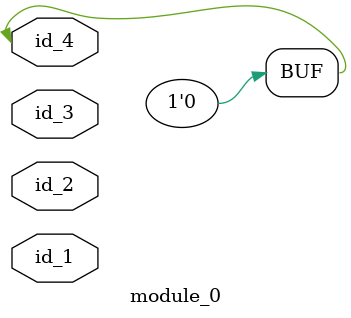
<source format=v>
`timescale 1ps / 1ps
module module_0 (
    id_1,
    id_2,
    id_3,
    id_4
);
  inout id_4;
  input id_3;
  inout id_2;
  input id_1;
  assign id_4 = 1 ? 1'b0 : id_2;
endmodule

</source>
